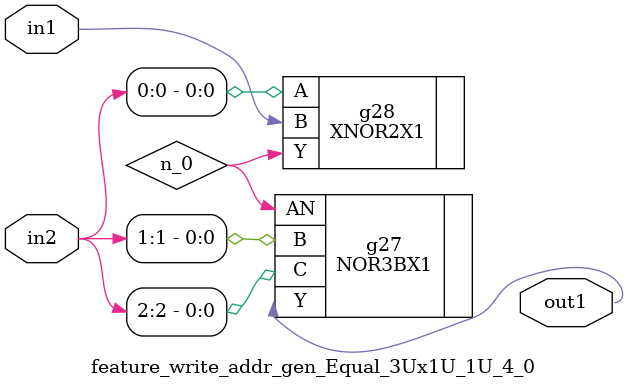
<source format=v>
`timescale 1ps / 1ps


module feature_write_addr_gen_Equal_3Ux1U_1U_4_0(in2, in1, out1);
  input [2:0] in2;
  input in1;
  output out1;
  wire [2:0] in2;
  wire in1;
  wire out1;
  wire n_0;
  NOR3BX1 g27(.AN (n_0), .B (in2[1]), .C (in2[2]), .Y (out1));
  XNOR2X1 g28(.A (in2[0]), .B (in1), .Y (n_0));
endmodule



</source>
